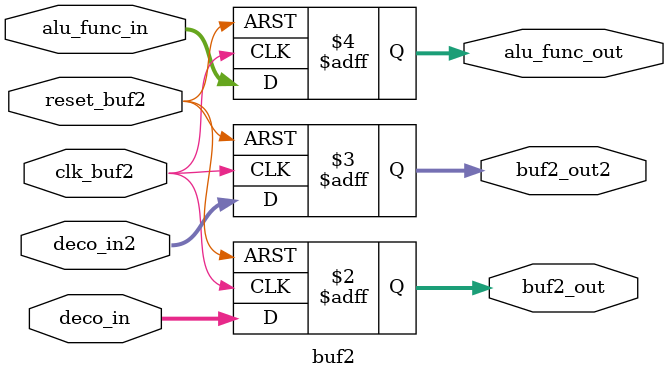
<source format=v>
`timescale  1ns/1ns
module buf2(
	input clk_buf2,
	input reset_buf2,
	input [31:0]deco_in,
	input [31:0]deco_in2,
	input [3:0] alu_func_in,
	output reg [31:0] buf2_out,
	output reg [31:0] buf2_out2,
	output reg [3:0] alu_func_out
);
always @(posedge clk_buf2 or posedge reset_buf2)
	begin
		if(reset_buf2)
		begin
		buf2_out = 32'b0;
		buf2_out2= 32'b0;
		alu_func_out= 4'b0;
		end
		else
		begin
		buf2_out=deco_in;
		buf2_out2=deco_in2;
		alu_func_out= alu_func_in;
		end
	end
endmodule

</source>
